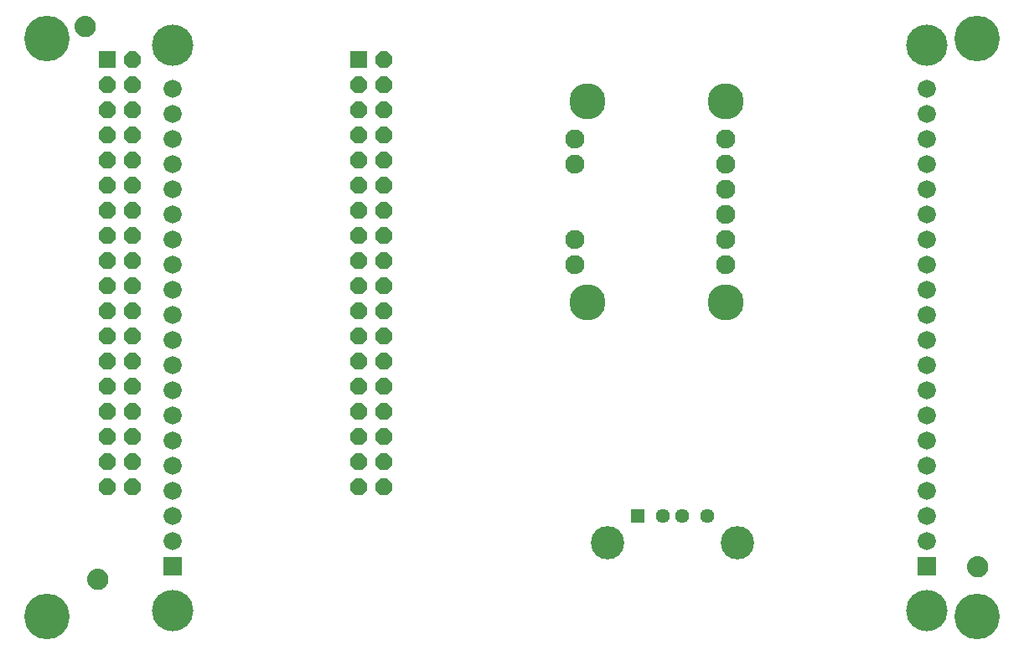
<source format=gbr>
G04 EAGLE Gerber RS-274X export*
G75*
%MOMM*%
%FSLAX34Y34*%
%LPD*%
%INSoldermask Bottom*%
%IPPOS*%
%AMOC8*
5,1,8,0,0,1.08239X$1,22.5*%
G01*
%ADD10R,1.676400X1.676400*%
%ADD11P,1.814519X8X292.500000*%
%ADD12R,1.828800X1.828800*%
%ADD13C,1.828800*%
%ADD14C,4.168400*%
%ADD15C,1.930400*%
%ADD16C,3.652400*%
%ADD17R,1.440400X1.440400*%
%ADD18C,1.440400*%
%ADD19C,3.372400*%
%ADD20C,4.597400*%
%ADD21C,0.609600*%
%ADD22C,1.168400*%


D10*
X98800Y588600D03*
D11*
X124200Y588600D03*
X98800Y563200D03*
X124200Y563200D03*
X98800Y537800D03*
X124200Y537800D03*
X98800Y512400D03*
X124200Y512400D03*
X98800Y487000D03*
X124200Y487000D03*
X98800Y461600D03*
X124200Y461600D03*
X98800Y436200D03*
X124200Y436200D03*
X98800Y410800D03*
X124200Y410800D03*
X98800Y385400D03*
X124200Y385400D03*
X98800Y360000D03*
X124200Y360000D03*
X98800Y334600D03*
X124200Y334600D03*
X98800Y309200D03*
X124200Y309200D03*
X98800Y283800D03*
X124200Y283800D03*
X98800Y258400D03*
X124200Y258400D03*
X98800Y233000D03*
X124200Y233000D03*
X98800Y207600D03*
X124200Y207600D03*
X98800Y182200D03*
X124200Y182200D03*
X98800Y156800D03*
X124200Y156800D03*
D10*
X352800Y588600D03*
D11*
X378200Y588600D03*
X352800Y563200D03*
X378200Y563200D03*
X352800Y537800D03*
X378200Y537800D03*
X352800Y512400D03*
X378200Y512400D03*
X352800Y487000D03*
X378200Y487000D03*
X352800Y461600D03*
X378200Y461600D03*
X352800Y436200D03*
X378200Y436200D03*
X352800Y410800D03*
X378200Y410800D03*
X352800Y385400D03*
X378200Y385400D03*
X352800Y360000D03*
X378200Y360000D03*
X352800Y334600D03*
X378200Y334600D03*
X352800Y309200D03*
X378200Y309200D03*
X352800Y283800D03*
X378200Y283800D03*
X352800Y258400D03*
X378200Y258400D03*
X352800Y233000D03*
X378200Y233000D03*
X352800Y207600D03*
X378200Y207600D03*
X352800Y182200D03*
X378200Y182200D03*
X352800Y156800D03*
X378200Y156800D03*
D12*
X927100Y76200D03*
D13*
X927100Y533400D03*
X927100Y508000D03*
X927100Y482600D03*
X927100Y457200D03*
X927100Y431800D03*
X927100Y406400D03*
X927100Y381000D03*
X927100Y355600D03*
X927100Y330200D03*
X927100Y304800D03*
X927100Y279400D03*
X927100Y254000D03*
X927100Y228600D03*
X927100Y203200D03*
X927100Y177800D03*
X927100Y152400D03*
X927100Y127000D03*
X927100Y101600D03*
X927100Y558800D03*
D12*
X165100Y76200D03*
D13*
X165100Y127000D03*
X165100Y152400D03*
X165100Y177800D03*
X165100Y203200D03*
X165100Y228600D03*
X165100Y254000D03*
X165100Y279400D03*
X165100Y304800D03*
X165100Y330200D03*
X165100Y355600D03*
X165100Y381000D03*
X165100Y406400D03*
X165100Y431800D03*
X165100Y457200D03*
X165100Y482600D03*
X165100Y508000D03*
X165100Y533400D03*
X165100Y101600D03*
X165100Y558800D03*
D14*
X165100Y31750D03*
X165100Y603250D03*
X927100Y31750D03*
X927100Y603250D03*
D15*
X723900Y381000D03*
X723900Y406400D03*
X723900Y431800D03*
X723900Y457200D03*
X723900Y482600D03*
X723900Y508000D03*
X571500Y508000D03*
X571500Y482600D03*
X571500Y381000D03*
X571500Y406400D03*
D16*
X584200Y342900D03*
X584200Y546100D03*
X723900Y342900D03*
X723900Y546100D03*
D17*
X635000Y127000D03*
D18*
X660000Y127000D03*
X680000Y127000D03*
X705000Y127000D03*
D19*
X604300Y99900D03*
X735700Y99900D03*
D20*
X38100Y25400D03*
X38100Y609600D03*
X977900Y609600D03*
X977900Y25400D03*
D21*
X68580Y622300D02*
X68582Y622487D01*
X68589Y622674D01*
X68601Y622861D01*
X68617Y623047D01*
X68637Y623233D01*
X68662Y623418D01*
X68692Y623603D01*
X68726Y623787D01*
X68765Y623970D01*
X68808Y624152D01*
X68856Y624332D01*
X68908Y624512D01*
X68965Y624690D01*
X69025Y624867D01*
X69091Y625042D01*
X69160Y625216D01*
X69234Y625388D01*
X69312Y625558D01*
X69394Y625726D01*
X69480Y625892D01*
X69570Y626056D01*
X69664Y626217D01*
X69762Y626377D01*
X69864Y626533D01*
X69970Y626688D01*
X70080Y626839D01*
X70193Y626988D01*
X70310Y627134D01*
X70430Y627277D01*
X70554Y627417D01*
X70681Y627554D01*
X70812Y627688D01*
X70946Y627819D01*
X71083Y627946D01*
X71223Y628070D01*
X71366Y628190D01*
X71512Y628307D01*
X71661Y628420D01*
X71812Y628530D01*
X71967Y628636D01*
X72123Y628738D01*
X72283Y628836D01*
X72444Y628930D01*
X72608Y629020D01*
X72774Y629106D01*
X72942Y629188D01*
X73112Y629266D01*
X73284Y629340D01*
X73458Y629409D01*
X73633Y629475D01*
X73810Y629535D01*
X73988Y629592D01*
X74168Y629644D01*
X74348Y629692D01*
X74530Y629735D01*
X74713Y629774D01*
X74897Y629808D01*
X75082Y629838D01*
X75267Y629863D01*
X75453Y629883D01*
X75639Y629899D01*
X75826Y629911D01*
X76013Y629918D01*
X76200Y629920D01*
X76387Y629918D01*
X76574Y629911D01*
X76761Y629899D01*
X76947Y629883D01*
X77133Y629863D01*
X77318Y629838D01*
X77503Y629808D01*
X77687Y629774D01*
X77870Y629735D01*
X78052Y629692D01*
X78232Y629644D01*
X78412Y629592D01*
X78590Y629535D01*
X78767Y629475D01*
X78942Y629409D01*
X79116Y629340D01*
X79288Y629266D01*
X79458Y629188D01*
X79626Y629106D01*
X79792Y629020D01*
X79956Y628930D01*
X80117Y628836D01*
X80277Y628738D01*
X80433Y628636D01*
X80588Y628530D01*
X80739Y628420D01*
X80888Y628307D01*
X81034Y628190D01*
X81177Y628070D01*
X81317Y627946D01*
X81454Y627819D01*
X81588Y627688D01*
X81719Y627554D01*
X81846Y627417D01*
X81970Y627277D01*
X82090Y627134D01*
X82207Y626988D01*
X82320Y626839D01*
X82430Y626688D01*
X82536Y626533D01*
X82638Y626377D01*
X82736Y626217D01*
X82830Y626056D01*
X82920Y625892D01*
X83006Y625726D01*
X83088Y625558D01*
X83166Y625388D01*
X83240Y625216D01*
X83309Y625042D01*
X83375Y624867D01*
X83435Y624690D01*
X83492Y624512D01*
X83544Y624332D01*
X83592Y624152D01*
X83635Y623970D01*
X83674Y623787D01*
X83708Y623603D01*
X83738Y623418D01*
X83763Y623233D01*
X83783Y623047D01*
X83799Y622861D01*
X83811Y622674D01*
X83818Y622487D01*
X83820Y622300D01*
X83818Y622113D01*
X83811Y621926D01*
X83799Y621739D01*
X83783Y621553D01*
X83763Y621367D01*
X83738Y621182D01*
X83708Y620997D01*
X83674Y620813D01*
X83635Y620630D01*
X83592Y620448D01*
X83544Y620268D01*
X83492Y620088D01*
X83435Y619910D01*
X83375Y619733D01*
X83309Y619558D01*
X83240Y619384D01*
X83166Y619212D01*
X83088Y619042D01*
X83006Y618874D01*
X82920Y618708D01*
X82830Y618544D01*
X82736Y618383D01*
X82638Y618223D01*
X82536Y618067D01*
X82430Y617912D01*
X82320Y617761D01*
X82207Y617612D01*
X82090Y617466D01*
X81970Y617323D01*
X81846Y617183D01*
X81719Y617046D01*
X81588Y616912D01*
X81454Y616781D01*
X81317Y616654D01*
X81177Y616530D01*
X81034Y616410D01*
X80888Y616293D01*
X80739Y616180D01*
X80588Y616070D01*
X80433Y615964D01*
X80277Y615862D01*
X80117Y615764D01*
X79956Y615670D01*
X79792Y615580D01*
X79626Y615494D01*
X79458Y615412D01*
X79288Y615334D01*
X79116Y615260D01*
X78942Y615191D01*
X78767Y615125D01*
X78590Y615065D01*
X78412Y615008D01*
X78232Y614956D01*
X78052Y614908D01*
X77870Y614865D01*
X77687Y614826D01*
X77503Y614792D01*
X77318Y614762D01*
X77133Y614737D01*
X76947Y614717D01*
X76761Y614701D01*
X76574Y614689D01*
X76387Y614682D01*
X76200Y614680D01*
X76013Y614682D01*
X75826Y614689D01*
X75639Y614701D01*
X75453Y614717D01*
X75267Y614737D01*
X75082Y614762D01*
X74897Y614792D01*
X74713Y614826D01*
X74530Y614865D01*
X74348Y614908D01*
X74168Y614956D01*
X73988Y615008D01*
X73810Y615065D01*
X73633Y615125D01*
X73458Y615191D01*
X73284Y615260D01*
X73112Y615334D01*
X72942Y615412D01*
X72774Y615494D01*
X72608Y615580D01*
X72444Y615670D01*
X72283Y615764D01*
X72123Y615862D01*
X71967Y615964D01*
X71812Y616070D01*
X71661Y616180D01*
X71512Y616293D01*
X71366Y616410D01*
X71223Y616530D01*
X71083Y616654D01*
X70946Y616781D01*
X70812Y616912D01*
X70681Y617046D01*
X70554Y617183D01*
X70430Y617323D01*
X70310Y617466D01*
X70193Y617612D01*
X70080Y617761D01*
X69970Y617912D01*
X69864Y618067D01*
X69762Y618223D01*
X69664Y618383D01*
X69570Y618544D01*
X69480Y618708D01*
X69394Y618874D01*
X69312Y619042D01*
X69234Y619212D01*
X69160Y619384D01*
X69091Y619558D01*
X69025Y619733D01*
X68965Y619910D01*
X68908Y620088D01*
X68856Y620268D01*
X68808Y620448D01*
X68765Y620630D01*
X68726Y620813D01*
X68692Y620997D01*
X68662Y621182D01*
X68637Y621367D01*
X68617Y621553D01*
X68601Y621739D01*
X68589Y621926D01*
X68582Y622113D01*
X68580Y622300D01*
D22*
X76200Y622300D03*
D21*
X81280Y63500D02*
X81282Y63687D01*
X81289Y63874D01*
X81301Y64061D01*
X81317Y64247D01*
X81337Y64433D01*
X81362Y64618D01*
X81392Y64803D01*
X81426Y64987D01*
X81465Y65170D01*
X81508Y65352D01*
X81556Y65532D01*
X81608Y65712D01*
X81665Y65890D01*
X81725Y66067D01*
X81791Y66242D01*
X81860Y66416D01*
X81934Y66588D01*
X82012Y66758D01*
X82094Y66926D01*
X82180Y67092D01*
X82270Y67256D01*
X82364Y67417D01*
X82462Y67577D01*
X82564Y67733D01*
X82670Y67888D01*
X82780Y68039D01*
X82893Y68188D01*
X83010Y68334D01*
X83130Y68477D01*
X83254Y68617D01*
X83381Y68754D01*
X83512Y68888D01*
X83646Y69019D01*
X83783Y69146D01*
X83923Y69270D01*
X84066Y69390D01*
X84212Y69507D01*
X84361Y69620D01*
X84512Y69730D01*
X84667Y69836D01*
X84823Y69938D01*
X84983Y70036D01*
X85144Y70130D01*
X85308Y70220D01*
X85474Y70306D01*
X85642Y70388D01*
X85812Y70466D01*
X85984Y70540D01*
X86158Y70609D01*
X86333Y70675D01*
X86510Y70735D01*
X86688Y70792D01*
X86868Y70844D01*
X87048Y70892D01*
X87230Y70935D01*
X87413Y70974D01*
X87597Y71008D01*
X87782Y71038D01*
X87967Y71063D01*
X88153Y71083D01*
X88339Y71099D01*
X88526Y71111D01*
X88713Y71118D01*
X88900Y71120D01*
X89087Y71118D01*
X89274Y71111D01*
X89461Y71099D01*
X89647Y71083D01*
X89833Y71063D01*
X90018Y71038D01*
X90203Y71008D01*
X90387Y70974D01*
X90570Y70935D01*
X90752Y70892D01*
X90932Y70844D01*
X91112Y70792D01*
X91290Y70735D01*
X91467Y70675D01*
X91642Y70609D01*
X91816Y70540D01*
X91988Y70466D01*
X92158Y70388D01*
X92326Y70306D01*
X92492Y70220D01*
X92656Y70130D01*
X92817Y70036D01*
X92977Y69938D01*
X93133Y69836D01*
X93288Y69730D01*
X93439Y69620D01*
X93588Y69507D01*
X93734Y69390D01*
X93877Y69270D01*
X94017Y69146D01*
X94154Y69019D01*
X94288Y68888D01*
X94419Y68754D01*
X94546Y68617D01*
X94670Y68477D01*
X94790Y68334D01*
X94907Y68188D01*
X95020Y68039D01*
X95130Y67888D01*
X95236Y67733D01*
X95338Y67577D01*
X95436Y67417D01*
X95530Y67256D01*
X95620Y67092D01*
X95706Y66926D01*
X95788Y66758D01*
X95866Y66588D01*
X95940Y66416D01*
X96009Y66242D01*
X96075Y66067D01*
X96135Y65890D01*
X96192Y65712D01*
X96244Y65532D01*
X96292Y65352D01*
X96335Y65170D01*
X96374Y64987D01*
X96408Y64803D01*
X96438Y64618D01*
X96463Y64433D01*
X96483Y64247D01*
X96499Y64061D01*
X96511Y63874D01*
X96518Y63687D01*
X96520Y63500D01*
X96518Y63313D01*
X96511Y63126D01*
X96499Y62939D01*
X96483Y62753D01*
X96463Y62567D01*
X96438Y62382D01*
X96408Y62197D01*
X96374Y62013D01*
X96335Y61830D01*
X96292Y61648D01*
X96244Y61468D01*
X96192Y61288D01*
X96135Y61110D01*
X96075Y60933D01*
X96009Y60758D01*
X95940Y60584D01*
X95866Y60412D01*
X95788Y60242D01*
X95706Y60074D01*
X95620Y59908D01*
X95530Y59744D01*
X95436Y59583D01*
X95338Y59423D01*
X95236Y59267D01*
X95130Y59112D01*
X95020Y58961D01*
X94907Y58812D01*
X94790Y58666D01*
X94670Y58523D01*
X94546Y58383D01*
X94419Y58246D01*
X94288Y58112D01*
X94154Y57981D01*
X94017Y57854D01*
X93877Y57730D01*
X93734Y57610D01*
X93588Y57493D01*
X93439Y57380D01*
X93288Y57270D01*
X93133Y57164D01*
X92977Y57062D01*
X92817Y56964D01*
X92656Y56870D01*
X92492Y56780D01*
X92326Y56694D01*
X92158Y56612D01*
X91988Y56534D01*
X91816Y56460D01*
X91642Y56391D01*
X91467Y56325D01*
X91290Y56265D01*
X91112Y56208D01*
X90932Y56156D01*
X90752Y56108D01*
X90570Y56065D01*
X90387Y56026D01*
X90203Y55992D01*
X90018Y55962D01*
X89833Y55937D01*
X89647Y55917D01*
X89461Y55901D01*
X89274Y55889D01*
X89087Y55882D01*
X88900Y55880D01*
X88713Y55882D01*
X88526Y55889D01*
X88339Y55901D01*
X88153Y55917D01*
X87967Y55937D01*
X87782Y55962D01*
X87597Y55992D01*
X87413Y56026D01*
X87230Y56065D01*
X87048Y56108D01*
X86868Y56156D01*
X86688Y56208D01*
X86510Y56265D01*
X86333Y56325D01*
X86158Y56391D01*
X85984Y56460D01*
X85812Y56534D01*
X85642Y56612D01*
X85474Y56694D01*
X85308Y56780D01*
X85144Y56870D01*
X84983Y56964D01*
X84823Y57062D01*
X84667Y57164D01*
X84512Y57270D01*
X84361Y57380D01*
X84212Y57493D01*
X84066Y57610D01*
X83923Y57730D01*
X83783Y57854D01*
X83646Y57981D01*
X83512Y58112D01*
X83381Y58246D01*
X83254Y58383D01*
X83130Y58523D01*
X83010Y58666D01*
X82893Y58812D01*
X82780Y58961D01*
X82670Y59112D01*
X82564Y59267D01*
X82462Y59423D01*
X82364Y59583D01*
X82270Y59744D01*
X82180Y59908D01*
X82094Y60074D01*
X82012Y60242D01*
X81934Y60412D01*
X81860Y60584D01*
X81791Y60758D01*
X81725Y60933D01*
X81665Y61110D01*
X81608Y61288D01*
X81556Y61468D01*
X81508Y61648D01*
X81465Y61830D01*
X81426Y62013D01*
X81392Y62197D01*
X81362Y62382D01*
X81337Y62567D01*
X81317Y62753D01*
X81301Y62939D01*
X81289Y63126D01*
X81282Y63313D01*
X81280Y63500D01*
D22*
X88900Y63500D03*
D21*
X970280Y76200D02*
X970282Y76387D01*
X970289Y76574D01*
X970301Y76761D01*
X970317Y76947D01*
X970337Y77133D01*
X970362Y77318D01*
X970392Y77503D01*
X970426Y77687D01*
X970465Y77870D01*
X970508Y78052D01*
X970556Y78232D01*
X970608Y78412D01*
X970665Y78590D01*
X970725Y78767D01*
X970791Y78942D01*
X970860Y79116D01*
X970934Y79288D01*
X971012Y79458D01*
X971094Y79626D01*
X971180Y79792D01*
X971270Y79956D01*
X971364Y80117D01*
X971462Y80277D01*
X971564Y80433D01*
X971670Y80588D01*
X971780Y80739D01*
X971893Y80888D01*
X972010Y81034D01*
X972130Y81177D01*
X972254Y81317D01*
X972381Y81454D01*
X972512Y81588D01*
X972646Y81719D01*
X972783Y81846D01*
X972923Y81970D01*
X973066Y82090D01*
X973212Y82207D01*
X973361Y82320D01*
X973512Y82430D01*
X973667Y82536D01*
X973823Y82638D01*
X973983Y82736D01*
X974144Y82830D01*
X974308Y82920D01*
X974474Y83006D01*
X974642Y83088D01*
X974812Y83166D01*
X974984Y83240D01*
X975158Y83309D01*
X975333Y83375D01*
X975510Y83435D01*
X975688Y83492D01*
X975868Y83544D01*
X976048Y83592D01*
X976230Y83635D01*
X976413Y83674D01*
X976597Y83708D01*
X976782Y83738D01*
X976967Y83763D01*
X977153Y83783D01*
X977339Y83799D01*
X977526Y83811D01*
X977713Y83818D01*
X977900Y83820D01*
X978087Y83818D01*
X978274Y83811D01*
X978461Y83799D01*
X978647Y83783D01*
X978833Y83763D01*
X979018Y83738D01*
X979203Y83708D01*
X979387Y83674D01*
X979570Y83635D01*
X979752Y83592D01*
X979932Y83544D01*
X980112Y83492D01*
X980290Y83435D01*
X980467Y83375D01*
X980642Y83309D01*
X980816Y83240D01*
X980988Y83166D01*
X981158Y83088D01*
X981326Y83006D01*
X981492Y82920D01*
X981656Y82830D01*
X981817Y82736D01*
X981977Y82638D01*
X982133Y82536D01*
X982288Y82430D01*
X982439Y82320D01*
X982588Y82207D01*
X982734Y82090D01*
X982877Y81970D01*
X983017Y81846D01*
X983154Y81719D01*
X983288Y81588D01*
X983419Y81454D01*
X983546Y81317D01*
X983670Y81177D01*
X983790Y81034D01*
X983907Y80888D01*
X984020Y80739D01*
X984130Y80588D01*
X984236Y80433D01*
X984338Y80277D01*
X984436Y80117D01*
X984530Y79956D01*
X984620Y79792D01*
X984706Y79626D01*
X984788Y79458D01*
X984866Y79288D01*
X984940Y79116D01*
X985009Y78942D01*
X985075Y78767D01*
X985135Y78590D01*
X985192Y78412D01*
X985244Y78232D01*
X985292Y78052D01*
X985335Y77870D01*
X985374Y77687D01*
X985408Y77503D01*
X985438Y77318D01*
X985463Y77133D01*
X985483Y76947D01*
X985499Y76761D01*
X985511Y76574D01*
X985518Y76387D01*
X985520Y76200D01*
X985518Y76013D01*
X985511Y75826D01*
X985499Y75639D01*
X985483Y75453D01*
X985463Y75267D01*
X985438Y75082D01*
X985408Y74897D01*
X985374Y74713D01*
X985335Y74530D01*
X985292Y74348D01*
X985244Y74168D01*
X985192Y73988D01*
X985135Y73810D01*
X985075Y73633D01*
X985009Y73458D01*
X984940Y73284D01*
X984866Y73112D01*
X984788Y72942D01*
X984706Y72774D01*
X984620Y72608D01*
X984530Y72444D01*
X984436Y72283D01*
X984338Y72123D01*
X984236Y71967D01*
X984130Y71812D01*
X984020Y71661D01*
X983907Y71512D01*
X983790Y71366D01*
X983670Y71223D01*
X983546Y71083D01*
X983419Y70946D01*
X983288Y70812D01*
X983154Y70681D01*
X983017Y70554D01*
X982877Y70430D01*
X982734Y70310D01*
X982588Y70193D01*
X982439Y70080D01*
X982288Y69970D01*
X982133Y69864D01*
X981977Y69762D01*
X981817Y69664D01*
X981656Y69570D01*
X981492Y69480D01*
X981326Y69394D01*
X981158Y69312D01*
X980988Y69234D01*
X980816Y69160D01*
X980642Y69091D01*
X980467Y69025D01*
X980290Y68965D01*
X980112Y68908D01*
X979932Y68856D01*
X979752Y68808D01*
X979570Y68765D01*
X979387Y68726D01*
X979203Y68692D01*
X979018Y68662D01*
X978833Y68637D01*
X978647Y68617D01*
X978461Y68601D01*
X978274Y68589D01*
X978087Y68582D01*
X977900Y68580D01*
X977713Y68582D01*
X977526Y68589D01*
X977339Y68601D01*
X977153Y68617D01*
X976967Y68637D01*
X976782Y68662D01*
X976597Y68692D01*
X976413Y68726D01*
X976230Y68765D01*
X976048Y68808D01*
X975868Y68856D01*
X975688Y68908D01*
X975510Y68965D01*
X975333Y69025D01*
X975158Y69091D01*
X974984Y69160D01*
X974812Y69234D01*
X974642Y69312D01*
X974474Y69394D01*
X974308Y69480D01*
X974144Y69570D01*
X973983Y69664D01*
X973823Y69762D01*
X973667Y69864D01*
X973512Y69970D01*
X973361Y70080D01*
X973212Y70193D01*
X973066Y70310D01*
X972923Y70430D01*
X972783Y70554D01*
X972646Y70681D01*
X972512Y70812D01*
X972381Y70946D01*
X972254Y71083D01*
X972130Y71223D01*
X972010Y71366D01*
X971893Y71512D01*
X971780Y71661D01*
X971670Y71812D01*
X971564Y71967D01*
X971462Y72123D01*
X971364Y72283D01*
X971270Y72444D01*
X971180Y72608D01*
X971094Y72774D01*
X971012Y72942D01*
X970934Y73112D01*
X970860Y73284D01*
X970791Y73458D01*
X970725Y73633D01*
X970665Y73810D01*
X970608Y73988D01*
X970556Y74168D01*
X970508Y74348D01*
X970465Y74530D01*
X970426Y74713D01*
X970392Y74897D01*
X970362Y75082D01*
X970337Y75267D01*
X970317Y75453D01*
X970301Y75639D01*
X970289Y75826D01*
X970282Y76013D01*
X970280Y76200D01*
D22*
X977900Y76200D03*
M02*

</source>
